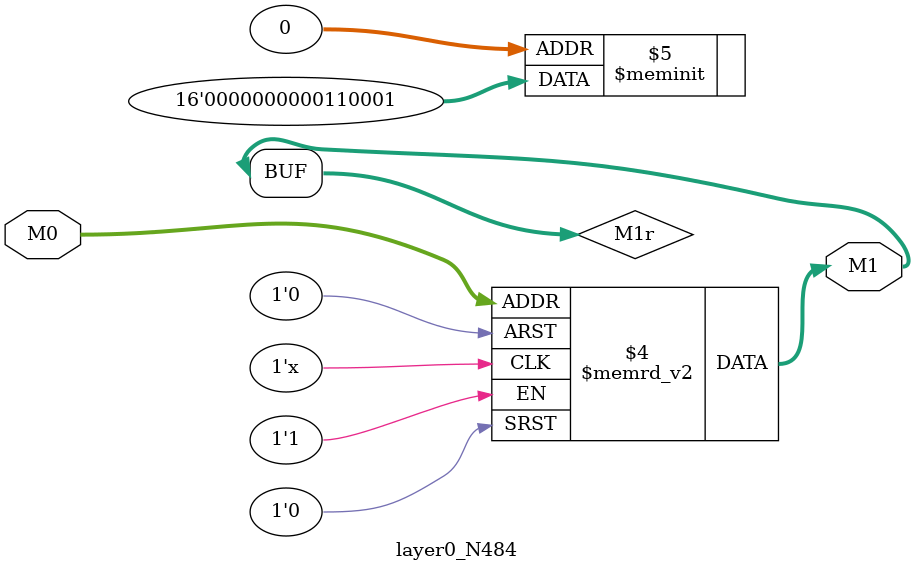
<source format=v>
module layer0_N484 ( input [2:0] M0, output [1:0] M1 );

	(*rom_style = "distributed" *) reg [1:0] M1r;
	assign M1 = M1r;
	always @ (M0) begin
		case (M0)
			3'b000: M1r = 2'b01;
			3'b100: M1r = 2'b00;
			3'b010: M1r = 2'b11;
			3'b110: M1r = 2'b00;
			3'b001: M1r = 2'b00;
			3'b101: M1r = 2'b00;
			3'b011: M1r = 2'b00;
			3'b111: M1r = 2'b00;

		endcase
	end
endmodule

</source>
